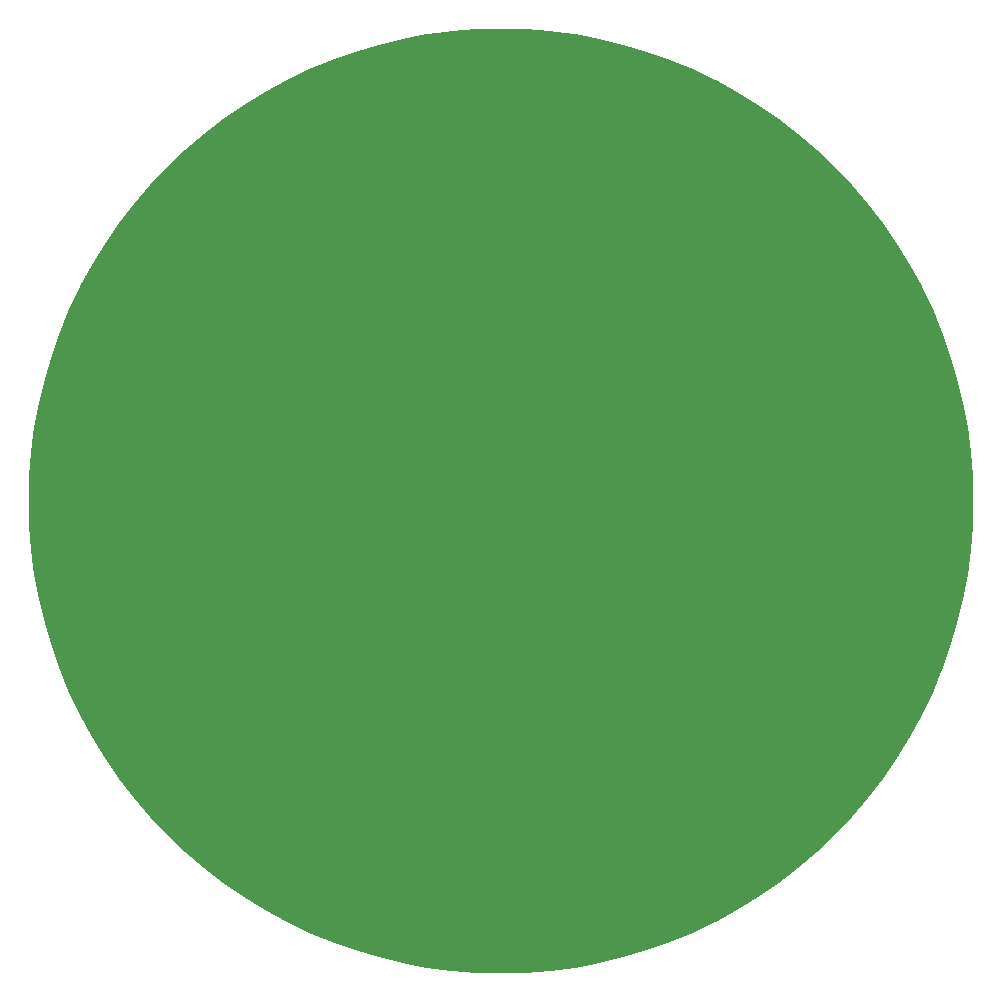
<source format=gbr>
%TF.GenerationSoftware,KiCad,Pcbnew,6.0.4-6f826c9f35~116~ubuntu20.04.1*%
%TF.CreationDate,2022-04-17T21:23:55+00:00*%
%TF.ProjectId,USTTHUNDERMILLPCB02A,55535454-4855-44e4-9445-524d494c4c50,rev?*%
%TF.SameCoordinates,Original*%
%TF.FileFunction,Copper,L2,Bot*%
%TF.FilePolarity,Positive*%
%FSLAX46Y46*%
G04 Gerber Fmt 4.6, Leading zero omitted, Abs format (unit mm)*
G04 Created by KiCad (PCBNEW 6.0.4-6f826c9f35~116~ubuntu20.04.1) date 2022-04-17 21:23:55*
%MOMM*%
%LPD*%
G01*
G04 APERTURE LIST*
%TA.AperFunction,ViaPad*%
%ADD10C,0.800000*%
%TD*%
G04 APERTURE END LIST*
D10*
%TO.N,GND*%
X-33775887Y17884130D03*
X38271793Y1352987D03*
X36440101Y-11809027D03*
X-32388899Y-20354463D03*
X-37865311Y5240146D03*
X-36373701Y11741027D03*
X-28367724Y-25675788D03*
X37931711Y-5308146D03*
X28434124Y25607788D03*
X37450015Y7971978D03*
X-35424946Y-14415711D03*
X35491346Y14347711D03*
X-23483600Y-30218000D03*
X-38205393Y-1420987D03*
X23550000Y30150000D03*
X33842287Y-17952130D03*
X32455299Y20286463D03*
X-37383615Y-8039978D03*
%TD*%
%TA.AperFunction,Conductor*%
%TO.N,GND*%
G36*
X451383Y39955053D02*
G01*
X2122727Y39911304D01*
X2130518Y39910896D01*
X4210443Y39747206D01*
X4218205Y39746390D01*
X4764810Y39674413D01*
X6286732Y39474006D01*
X6294403Y39472790D01*
X7190171Y39306783D01*
X8345813Y39092614D01*
X8353447Y39090992D01*
X10382212Y38603909D01*
X10389741Y38601891D01*
X12390137Y38009414D01*
X12397565Y38007001D01*
X14364207Y37310506D01*
X14371484Y37307713D01*
X16299098Y36509290D01*
X16306223Y36506117D01*
X18189266Y35607981D01*
X18196221Y35604437D01*
X20029756Y34608863D01*
X20036508Y34604965D01*
X21815460Y33514839D01*
X21822003Y33510590D01*
X23541375Y32328908D01*
X23547689Y32324320D01*
X25202880Y31054183D01*
X25208938Y31049278D01*
X26795421Y29694331D01*
X26801217Y29689112D01*
X28314653Y28252990D01*
X28320174Y28247469D01*
X29756294Y26734037D01*
X29761513Y26728241D01*
X31116459Y25141759D01*
X31121364Y25135701D01*
X32391506Y23480508D01*
X32396094Y23474194D01*
X33577773Y21754821D01*
X33582022Y21748278D01*
X34672148Y19969324D01*
X34676046Y19962572D01*
X35671624Y18129038D01*
X35675168Y18122083D01*
X36573300Y16239040D01*
X36576473Y16231915D01*
X37374897Y14304298D01*
X37374899Y14304292D01*
X37377692Y14297014D01*
X38074179Y12330384D01*
X38076592Y12322957D01*
X38669074Y10322557D01*
X38671092Y10315028D01*
X39158176Y8286261D01*
X39159798Y8278627D01*
X39539972Y6227234D01*
X39541192Y6219535D01*
X39813573Y4151022D01*
X39814389Y4143260D01*
X39978084Y2063333D01*
X39978492Y2055542D01*
X40033082Y-30093D01*
X40033082Y-37891D01*
X39978492Y-2123526D01*
X39978084Y-2131317D01*
X39814389Y-4211244D01*
X39813573Y-4219006D01*
X39541192Y-6287518D01*
X39539972Y-6295217D01*
X39159798Y-8346613D01*
X39158176Y-8354247D01*
X38671092Y-10383011D01*
X38669074Y-10390540D01*
X38076592Y-12390943D01*
X38074179Y-12398370D01*
X37377692Y-14365000D01*
X37374901Y-14372273D01*
X37148237Y-14919501D01*
X36576473Y-16299898D01*
X36573300Y-16307023D01*
X35675168Y-18190066D01*
X35671624Y-18197021D01*
X34676046Y-20030556D01*
X34672148Y-20037308D01*
X33582022Y-21816260D01*
X33577773Y-21822803D01*
X32396100Y-23542166D01*
X32391512Y-23548481D01*
X31121365Y-25203680D01*
X31121357Y-25203690D01*
X31116452Y-25209747D01*
X29761522Y-26796210D01*
X29756304Y-26802006D01*
X28320161Y-28315467D01*
X28314667Y-28320961D01*
X27209104Y-29370044D01*
X26801206Y-29757104D01*
X26795410Y-29762322D01*
X25208947Y-31117252D01*
X25202897Y-31122151D01*
X23547689Y-32392306D01*
X23547681Y-32392312D01*
X23541366Y-32396900D01*
X21822003Y-33578573D01*
X21815460Y-33582822D01*
X20036508Y-34672948D01*
X20029756Y-34676846D01*
X18196221Y-35672424D01*
X18189266Y-35675968D01*
X16306223Y-36574100D01*
X16299098Y-36577273D01*
X14371478Y-37375699D01*
X14364200Y-37378492D01*
X12397570Y-38074979D01*
X12390143Y-38077392D01*
X10389740Y-38669874D01*
X10382211Y-38671892D01*
X8353447Y-39158976D01*
X8345813Y-39160598D01*
X7190171Y-39374767D01*
X6294403Y-39540774D01*
X6286732Y-39541990D01*
X4239483Y-39811571D01*
X4218206Y-39814373D01*
X4210444Y-39815189D01*
X2130517Y-39978884D01*
X2122726Y-39979292D01*
X387301Y-40024716D01*
X37089Y-40033882D01*
X29295Y-40033882D01*
X-320917Y-40024716D01*
X-2056342Y-39979292D01*
X-2064133Y-39978884D01*
X-4144060Y-39815189D01*
X-4151822Y-39814373D01*
X-4174414Y-39811398D01*
X-6220349Y-39541990D01*
X-6228020Y-39540774D01*
X-7124090Y-39374711D01*
X-8279427Y-39160598D01*
X-8287061Y-39158976D01*
X-10315828Y-38671892D01*
X-10323357Y-38669874D01*
X-12323757Y-38077392D01*
X-12331184Y-38074979D01*
X-14297814Y-37378492D01*
X-14305092Y-37375699D01*
X-16232715Y-36577273D01*
X-16239840Y-36574100D01*
X-18122883Y-35675968D01*
X-18129838Y-35672424D01*
X-19963372Y-34676846D01*
X-19970124Y-34672948D01*
X-21749078Y-33582822D01*
X-21755621Y-33578573D01*
X-23474994Y-32396894D01*
X-23481308Y-32392306D01*
X-25136501Y-31122164D01*
X-25142559Y-31117259D01*
X-26729041Y-29762313D01*
X-26734837Y-29757094D01*
X-28248269Y-28320974D01*
X-28253790Y-28315453D01*
X-29689912Y-26802017D01*
X-29695131Y-26796221D01*
X-31050078Y-25209738D01*
X-31054983Y-25203680D01*
X-32325120Y-23548489D01*
X-32329708Y-23542175D01*
X-33511390Y-21822803D01*
X-33515639Y-21816260D01*
X-34605765Y-20037308D01*
X-34609663Y-20030556D01*
X-35605237Y-18197021D01*
X-35608781Y-18190066D01*
X-36506917Y-16307023D01*
X-36510090Y-16299898D01*
X-37308513Y-14372284D01*
X-37311306Y-14365007D01*
X-38007801Y-12398365D01*
X-38010214Y-12390937D01*
X-38602691Y-10390541D01*
X-38604709Y-10383012D01*
X-39091792Y-8354247D01*
X-39093414Y-8346613D01*
X-39473588Y-6295217D01*
X-39474808Y-6287518D01*
X-39747190Y-4219005D01*
X-39748006Y-4211243D01*
X-39911696Y-2131318D01*
X-39912104Y-2123527D01*
X-39966698Y-37891D01*
X-39966698Y-30093D01*
X-39912104Y2055543D01*
X-39911696Y2063334D01*
X-39748006Y4143259D01*
X-39747190Y4151021D01*
X-39474808Y6219535D01*
X-39473588Y6227234D01*
X-39093414Y8278627D01*
X-39091792Y8286261D01*
X-38604709Y10315029D01*
X-38602691Y10322558D01*
X-38010214Y12322951D01*
X-38007801Y12330379D01*
X-37311306Y14297021D01*
X-37308513Y14304298D01*
X-36510090Y16231914D01*
X-36506917Y16239039D01*
X-35608781Y18122083D01*
X-35605237Y18129038D01*
X-34609663Y19962572D01*
X-34605765Y19969324D01*
X-33515639Y21748278D01*
X-33511390Y21754821D01*
X-32329716Y23474182D01*
X-32325128Y23480496D01*
X-31054973Y25135713D01*
X-31050068Y25141771D01*
X-29695131Y26728241D01*
X-29689912Y26734037D01*
X-28253790Y28247469D01*
X-28248269Y28252990D01*
X-26734837Y29689112D01*
X-26729041Y29694331D01*
X-25142571Y31049268D01*
X-25136513Y31054173D01*
X-23481296Y32324328D01*
X-23474982Y32328916D01*
X-21755621Y33510590D01*
X-21749078Y33514839D01*
X-19970124Y34604965D01*
X-19963372Y34608863D01*
X-18129838Y35604437D01*
X-18122883Y35607981D01*
X-16239839Y36506117D01*
X-16232714Y36509290D01*
X-14305098Y37307713D01*
X-14297821Y37310506D01*
X-12331179Y38007001D01*
X-12323751Y38009414D01*
X-10323358Y38601891D01*
X-10315829Y38603909D01*
X-8287061Y39090992D01*
X-8279427Y39092614D01*
X-7124090Y39306727D01*
X-6228020Y39472790D01*
X-6220349Y39474006D01*
X-4698900Y39674351D01*
X-4151821Y39746390D01*
X-4144059Y39747206D01*
X-2064134Y39910896D01*
X-2056343Y39911304D01*
X-384999Y39955053D01*
X29295Y39965898D01*
X37089Y39965898D01*
X451383Y39955053D01*
G37*
%TD.AperFunction*%
%TD*%
M02*

</source>
